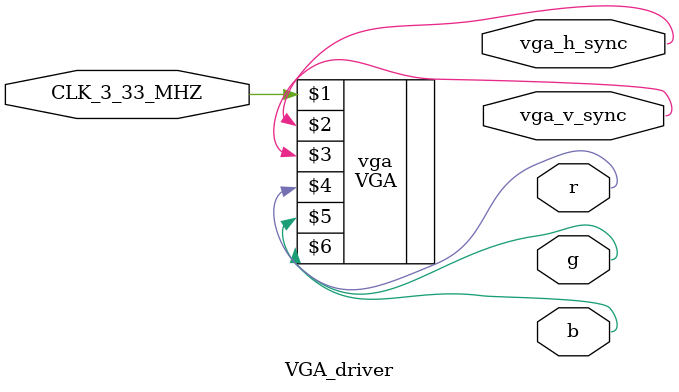
<source format=v>
`timescale 1ns / 1ps

module VGA_driver(CLK_3_33_MHZ, vga_h_sync, vga_v_sync, r, g, b);
  input wire CLK_3_33_MHZ;
  output wire vga_h_sync;
  output wire vga_v_sync;
  output wire r;
  output wire g;
  output wire b;
    
  VGA vga(CLK_3_33_MHZ, vga_h_sync, vga_v_sync, r, g, b);
    
endmodule
</source>
